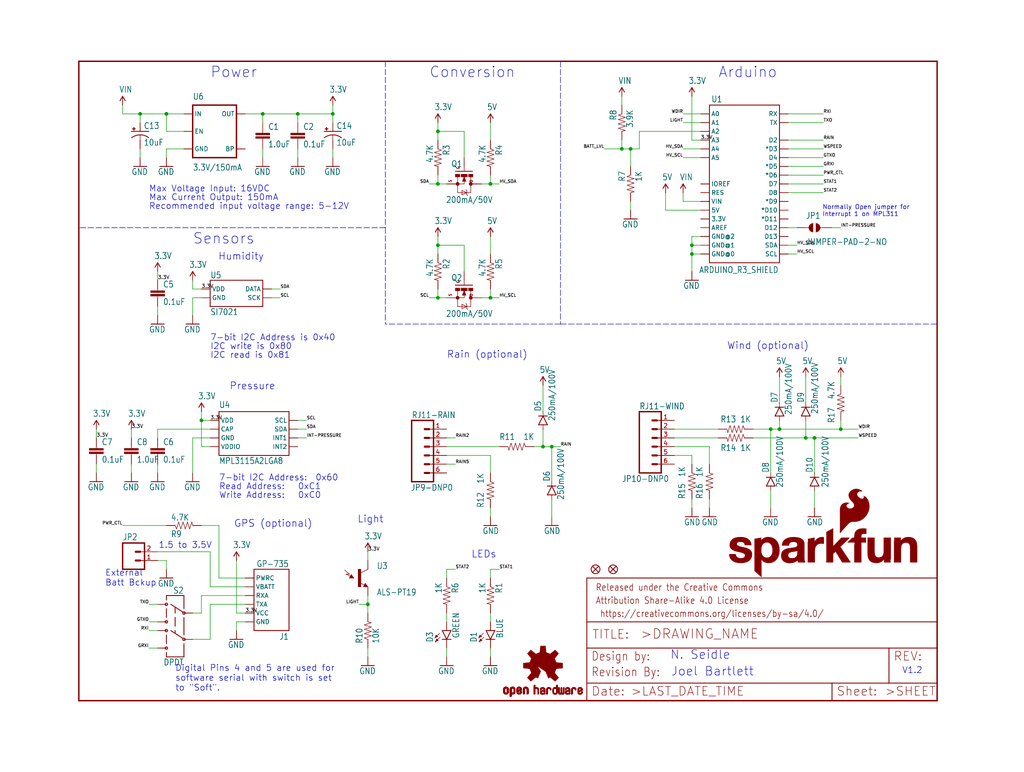
<source format=kicad_sch>
(kicad_sch (version 20211123) (generator eeschema)
  (paper "User" 297.002 223.926)
  (lib_symbols
    (symbol "schematicEagle-eagle-import:0.1UF-25V(+80{slash}-20%)(0603)"
      (property "Reference" "C" (at 1.524 2.921 0))
      (property "Value" "0.1UF-25V(+80{slash}-20%)(0603)" (at 1.524 -2.159 0))
      (symbol "0.1UF-25V(+80{slash}-20%)(0603)_1_0"
        (pin passive line (at 0 5.08 270) (length 2.54) (name "1") (number "1"))
        (pin passive line (at 0 -2.54 90) (length 2.54) (name "2") (number "2"))
      )
    )
    (symbol "schematicEagle-eagle-import:1.0UF-16V-10%(0603)"
      (property "Reference" "C" (at 1.524 2.921 0))
      (property "Value" "1.0UF-16V-10%(0603)" (at 1.524 -2.159 0))
      (symbol "1.0UF-16V-10%(0603)_1_0"
        (pin passive line (at 0 5.08 270) (length 2.54) (name "1") (number "1"))
        (pin passive line (at 0 -2.54 90) (length 2.54) (name "2") (number "2"))
      )
    )
    (symbol "schematicEagle-eagle-import:10KOHM-1{slash}10W-1%(0603)0603"
      (property "Reference" "R" (at -3.81 1.4986 0))
      (property "Value" "10KOHM-1{slash}10W-1%(0603)0603" (at -3.81 -3.302 0))
      (symbol "10KOHM-1{slash}10W-1%(0603)0603_1_0"
        (pin passive line (at -5.08 0 0) (length 2.54) (name "1") (number "1"))
        (pin passive line (at 5.08 0 180) (length 2.54) (name "2") (number "2"))
      )
    )
    (symbol "schematicEagle-eagle-import:10UF-16V-10%(TANT)"
      (property "Reference" "C" (at 1.016 0.635 0))
      (property "Value" "10UF-16V-10%(TANT)" (at 1.016 -4.191 0))
      (symbol "10UF-16V-10%(TANT)_1_0"
        (pin passive line (at 0 2.54 270) (length 2.54) (name "+") (number "A"))
        (pin passive line (at 0 -5.08 90) (length 2.54) (name "-") (number "C"))
      )
    )
    (symbol "schematicEagle-eagle-import:1KOHM-1{slash}10W-1%(0603)"
      (property "Reference" "R" (at -3.81 1.4986 0))
      (property "Value" "1KOHM-1{slash}10W-1%(0603)" (at -3.81 -3.302 0))
      (symbol "1KOHM-1{slash}10W-1%(0603)_1_0"
        (pin passive line (at -5.08 0 0) (length 2.54) (name "1") (number "1"))
        (pin passive line (at 5.08 0 180) (length 2.54) (name "2") (number "2"))
      )
    )
    (symbol "schematicEagle-eagle-import:3.3V" (power)
      (property "Value" "3.3V" (at -1.016 3.556 0))
      (symbol "3.3V_1_0"
        (pin power_in line (at 0 0 90) (length 2.54) (name "3.3V") (number "1"))
      )
    )
    (symbol "schematicEagle-eagle-import:3.9KOHM1{slash}10W1%(0603)"
      (property "Reference" "R" (at -3.81 1.4986 0))
      (property "Value" "3.9KOHM1{slash}10W1%(0603)" (at -3.81 -3.302 0))
      (symbol "3.9KOHM1{slash}10W1%(0603)_1_0"
        (pin passive line (at -5.08 0 0) (length 2.54) (name "1") (number "1"))
        (pin passive line (at 5.08 0 180) (length 2.54) (name "2") (number "2"))
      )
    )
    (symbol "schematicEagle-eagle-import:4.7KOHM-1{slash}10W-1%(0603)"
      (property "Reference" "R" (at -3.81 1.4986 0))
      (property "Value" "4.7KOHM-1{slash}10W-1%(0603)" (at -3.81 -3.302 0))
      (symbol "4.7KOHM-1{slash}10W-1%(0603)_1_0"
        (pin passive line (at -5.08 0 0) (length 2.54) (name "1") (number "1"))
        (pin passive line (at 5.08 0 180) (length 2.54) (name "2") (number "2"))
      )
    )
    (symbol "schematicEagle-eagle-import:5V" (power)
      (property "Value" "5V" (at -1.016 3.556 0))
      (symbol "5V_1_0"
        (pin power_in line (at 0 0 90) (length 2.54) (name "5V") (number "1"))
      )
    )
    (symbol "schematicEagle-eagle-import:ARDUINO_R3_SHIELD"
      (property "Reference" "J" (at -9.652 21.082 0))
      (property "Value" "ARDUINO_R3_SHIELD" (at -6.35 -27.94 0))
      (symbol "ARDUINO_R3_SHIELD_1_0"
        (pin bidirectional line (at -12.7 -12.7 0) (length 2.54) (name "3.3V") (number "3.3V"))
        (pin bidirectional line (at -12.7 -10.16 0) (length 2.54) (name "5V") (number "5V"))
        (pin bidirectional line (at -12.7 17.78 0) (length 2.54) (name "A0") (number "A0"))
        (pin bidirectional line (at -12.7 15.24 0) (length 2.54) (name "A1") (number "A1"))
        (pin bidirectional line (at -12.7 12.7 0) (length 2.54) (name "A2") (number "A2"))
        (pin bidirectional line (at -12.7 10.16 0) (length 2.54) (name "A3") (number "A3"))
        (pin bidirectional line (at -12.7 7.62 0) (length 2.54) (name "A4") (number "A4"))
        (pin bidirectional line (at -12.7 5.08 0) (length 2.54) (name "A5") (number "A5"))
        (pin bidirectional line (at -12.7 -15.24 0) (length 2.54) (name "AREF") (number "AREF"))
        (pin bidirectional line (at 12.7 -10.16 180) (length 2.54) (name "*D10") (number "D10"))
        (pin bidirectional line (at 12.7 -12.7 180) (length 2.54) (name "*D11") (number "D11"))
        (pin bidirectional line (at 12.7 -15.24 180) (length 2.54) (name "D12") (number "D12"))
        (pin bidirectional line (at 12.7 -17.78 180) (length 2.54) (name "D13") (number "D13"))
        (pin bidirectional line (at 12.7 10.16 180) (length 2.54) (name "D2") (number "D2"))
        (pin bidirectional line (at 12.7 7.62 180) (length 2.54) (name "*D3") (number "D3"))
        (pin bidirectional line (at 12.7 5.08 180) (length 2.54) (name "D4") (number "D4"))
        (pin bidirectional line (at 12.7 2.54 180) (length 2.54) (name "*D5") (number "D5"))
        (pin bidirectional line (at 12.7 0 180) (length 2.54) (name "*D6") (number "D6"))
        (pin bidirectional line (at 12.7 -2.54 180) (length 2.54) (name "D7") (number "D7"))
        (pin bidirectional line (at 12.7 -5.08 180) (length 2.54) (name "D8") (number "D8"))
        (pin bidirectional line (at 12.7 -7.62 180) (length 2.54) (name "*D9") (number "D9"))
        (pin bidirectional line (at -12.7 -22.86 0) (length 2.54) (name "GND@0") (number "GND@0"))
        (pin bidirectional line (at -12.7 -20.32 0) (length 2.54) (name "GND@1") (number "GND@1"))
        (pin bidirectional line (at -12.7 -17.78 0) (length 2.54) (name "GND@2") (number "GND@2"))
        (pin bidirectional line (at -12.7 -2.54 0) (length 2.54) (name "IOREF") (number "IOREF"))
        (pin bidirectional line (at -12.7 -5.08 0) (length 2.54) (name "RES") (number "RES"))
        (pin bidirectional line (at 12.7 17.78 180) (length 2.54) (name "RX") (number "RX"))
        (pin bidirectional line (at 12.7 -22.86 180) (length 2.54) (name "SCL") (number "SCL"))
        (pin bidirectional line (at 12.7 -20.32 180) (length 2.54) (name "SDA") (number "SDA"))
        (pin bidirectional line (at 12.7 15.24 180) (length 2.54) (name "TX") (number "TX"))
        (pin bidirectional line (at -12.7 -7.62 0) (length 2.54) (name "VIN") (number "VIN"))
      )
    )
    (symbol "schematicEagle-eagle-import:DIODEBAS16"
      (property "Reference" "D" (at 2.54 0.4826 0))
      (property "Value" "DIODEBAS16" (at 2.54 -2.3114 0))
      (symbol "DIODEBAS16_1_0"
        (pin passive line (at -2.54 0 0) (length 0) (name "A") (number "A"))
        (pin passive line (at 2.54 0 180) (length 0) (name "C") (number "C"))
      )
    )
    (symbol "schematicEagle-eagle-import:FIDUCIAL1X2")
    (symbol "schematicEagle-eagle-import:FRAME-LETTER"
      (symbol "FRAME-LETTER_2_0"
        (text " https://creativecommons.org/licenses/by-sa/4.0/" (at 2.54 24.13 0) (effects (font (size 1.9304 1.6408)) (justify left bottom)))
        (text ">DRAWING_NAME" (at 15.494 17.78 0) (effects (font (size 2.7432 2.7432)) (justify left bottom)))
        (text ">LAST_DATE_TIME" (at 12.7 1.27 0) (effects (font (size 2.54 2.54)) (justify left bottom)))
        (text ">SHEET" (at 86.36 1.27 0) (effects (font (size 2.54 2.54)) (justify left bottom)))
        (text "Attribution Share-Alike 4.0 License" (at 2.54 27.94 0) (effects (font (size 1.9304 1.6408)) (justify left bottom)))
        (text "Date:" (at 1.27 1.27 0) (effects (font (size 2.54 2.54)) (justify left bottom)))
        (text "Design by:" (at 1.27 11.43 0) (effects (font (size 2.54 2.159)) (justify left bottom)))
        (text "Released under the Creative Commons" (at 2.54 31.75 0) (effects (font (size 1.9304 1.6408)) (justify left bottom)))
        (text "REV:" (at 88.9 11.43 0) (effects (font (size 2.54 2.54)) (justify left bottom)))
        (text "Sheet:" (at 72.39 1.27 0) (effects (font (size 2.54 2.54)) (justify left bottom)))
        (text "TITLE:" (at 1.524 17.78 0) (effects (font (size 2.54 2.54)) (justify left bottom)))
      )
    )
    (symbol "schematicEagle-eagle-import:GND" (power)
      (property "Value" "GND" (at -2.54 -2.54 0))
      (symbol "GND_1_0"
        (pin power_in line (at 0 2.54 270) (length 2.54) (name "GND") (number "1"))
      )
    )
    (symbol "schematicEagle-eagle-import:GP-635TSMD"
      (property "Reference" "J" (at -5.08 8.382 0))
      (property "Value" "GP-635TSMD" (at -5.08 -12.7 0))
      (symbol "GP-635TSMD_1_0"
        (pin power_in line (at 7.62 5.08 180) (length 2.54) (name "GND") (number "1"))
        (pin power_in line (at 7.62 2.54 180) (length 2.54) (name "VCC") (number "2"))
        (pin output line (at 7.62 0 180) (length 2.54) (name "TXA") (number "3"))
        (pin input line (at 7.62 -2.54 180) (length 2.54) (name "RXA") (number "4"))
        (pin power_in line (at 7.62 -5.08 180) (length 2.54) (name "VBATT") (number "5"))
        (pin input line (at 7.62 -7.62 180) (length 2.54) (name "PWRC") (number "6"))
      )
    )
    (symbol "schematicEagle-eagle-import:JUMPER-PAD-2-NO"
      (property "Reference" "JP" (at -2.54 2.54 0))
      (property "Value" "JUMPER-PAD-2-NO" (at -2.54 -5.08 0))
      (symbol "JUMPER-PAD-2-NO_1_0"
        (pin passive line (at -5.08 0 0) (length 2.54) (name "1") (number "1"))
        (pin passive line (at 5.08 0 180) (length 2.54) (name "2") (number "2"))
      )
    )
    (symbol "schematicEagle-eagle-import:LED-BLUE0603"
      (property "Reference" "D" (at 3.556 -4.572 90))
      (property "Value" "LED-BLUE0603" (at 5.715 -4.572 90))
      (symbol "LED-BLUE0603_1_0"
        (pin passive line (at 0 2.54 270) (length 2.54) (name "A") (number "A"))
        (pin passive line (at 0 -5.08 90) (length 2.54) (name "C") (number "C"))
      )
    )
    (symbol "schematicEagle-eagle-import:LED-GREEN0603"
      (property "Reference" "D" (at 3.556 -4.572 90))
      (property "Value" "LED-GREEN0603" (at 5.715 -4.572 90))
      (symbol "LED-GREEN0603_1_0"
        (pin passive line (at 0 2.54 270) (length 2.54) (name "A") (number "A"))
        (pin passive line (at 0 -5.08 90) (length 2.54) (name "C") (number "C"))
      )
    )
    (symbol "schematicEagle-eagle-import:LIGHTSENSORALS"
      (property "Reference" "U" (at 5.08 2.54 0))
      (property "Value" "LIGHTSENSORALS" (at 5.08 -5.08 0))
      (symbol "LIGHTSENSORALS_1_0"
        (pin passive line (at 2.54 5.08 270) (length 2.54) (name "C1") (number "C"))
        (pin passive line (at 2.54 -5.08 90) (length 2.54) (name "E1") (number "E"))
      )
    )
    (symbol "schematicEagle-eagle-import:M02PTH"
      (property "Reference" "J" (at -2.54 5.842 0))
      (property "Value" "M02PTH" (at -2.54 -5.08 0))
      (symbol "M02PTH_1_0"
        (pin passive line (at 7.62 0 180) (length 5.08) (name "1") (number "1"))
        (pin passive line (at 7.62 2.54 180) (length 5.08) (name "2") (number "2"))
      )
    )
    (symbol "schematicEagle-eagle-import:MOSFET-NCHANNELBSS138"
      (property "Reference" "Q" (at 5.08 2.54 0))
      (property "Value" "MOSFET-NCHANNELBSS138" (at 5.08 0 0))
      (symbol "MOSFET-NCHANNELBSS138_1_0"
        (text "D" (at -1.27 2.54 0) (effects (font (size 0.8128 0.6908)) (justify left bottom)))
        (text "G" (at -5.08 -1.27 0) (effects (font (size 0.8128 0.6908)) (justify left bottom)))
        (text "S" (at -1.27 -3.556 0) (effects (font (size 0.8128 0.6908)) (justify left bottom)))
        (pin passive line (at -7.62 0 0) (length 2.54) (name "G") (number "1"))
        (pin passive line (at 0 -5.08 90) (length 2.54) (name "S") (number "2"))
        (pin passive line (at 0 5.08 270) (length 2.54) (name "D") (number "3"))
      )
    )
    (symbol "schematicEagle-eagle-import:MPL3115A2LGA8"
      (property "Reference" "U" (at -10.16 5.08 0))
      (property "Value" "MPL3115A2LGA8" (at -10.16 -10.16 0))
      (symbol "MPL3115A2LGA8_1_0"
        (pin power_in line (at -12.7 2.54 0) (length 2.54) (name "VDD") (number "1"))
        (pin power_in line (at -12.7 0 0) (length 2.54) (name "CAP") (number "2"))
        (pin power_in line (at -12.7 -2.54 0) (length 2.54) (name "GND") (number "3"))
        (pin power_in line (at -12.7 -5.08 0) (length 2.54) (name "VDDIO") (number "4"))
        (pin output line (at 12.7 -5.08 180) (length 2.54) (name "INT2") (number "5"))
        (pin output line (at 12.7 -2.54 180) (length 2.54) (name "INT1") (number "6"))
        (pin bidirectional line (at 12.7 0 180) (length 2.54) (name "SDA") (number "7"))
        (pin bidirectional line (at 12.7 2.54 180) (length 2.54) (name "SCL") (number "8"))
      )
    )
    (symbol "schematicEagle-eagle-import:OSHW-LOGOM")
    (symbol "schematicEagle-eagle-import:REVISION"
      (symbol "REVISION_1_0"
        (text "Revision By: " (at 0 0 0) (effects (font (size 2.54 2.159)) (justify left bottom)))
      )
    )
    (symbol "schematicEagle-eagle-import:RJ11-6PTH"
      (property "Reference" "J" (at -5.08 10.922 0))
      (property "Value" "RJ11-6PTH" (at -5.08 -10.16 0))
      (symbol "RJ11-6PTH_1_0"
        (pin passive line (at 5.08 -5.08 180) (length 5.08) (name "1") (number "1"))
        (pin passive line (at 5.08 -2.54 180) (length 5.08) (name "2") (number "2"))
        (pin passive line (at 5.08 0 180) (length 5.08) (name "3") (number "3"))
        (pin passive line (at 5.08 2.54 180) (length 5.08) (name "4") (number "4"))
        (pin passive line (at 5.08 5.08 180) (length 5.08) (name "5") (number "5"))
        (pin passive line (at 5.08 7.62 180) (length 5.08) (name "6") (number "6"))
      )
    )
    (symbol "schematicEagle-eagle-import:SFE_LOGO_NAME_FLAME.1_INCH")
    (symbol "schematicEagle-eagle-import:SI7021"
      (property "Value" "SI7021" (at -7.62 -5.08 0))
      (symbol "SI7021_1_0"
        (pin bidirectional line (at 10.16 2.54 180) (length 2.54) (name "DATA") (number "DATA"))
        (pin power_in line (at -10.16 0 0) (length 2.54) (name "GND") (number "GND"))
        (pin input line (at 10.16 0 180) (length 2.54) (name "SCK") (number "SCK"))
        (pin power_in line (at -10.16 2.54 0) (length 2.54) (name "VDD") (number "VDD"))
      )
    )
    (symbol "schematicEagle-eagle-import:SWITCH-DPDTAYZ0202"
      (property "Reference" "S" (at -2.54 8.128 0))
      (property "Value" "SWITCH-DPDTAYZ0202" (at -2.54 -12.7 0))
      (symbol "SWITCH-DPDTAYZ0202_1_0"
        (pin bidirectional line (at 5.08 5.08 180) (length 2.54) (name "1") (number "1"))
        (pin bidirectional line (at -5.08 2.54 0) (length 2.54) (name "2") (number "2"))
        (pin bidirectional line (at 5.08 0 180) (length 2.54) (name "3") (number "3"))
        (pin bidirectional line (at 5.08 -2.54 180) (length 2.54) (name "4") (number "4"))
        (pin bidirectional line (at -5.08 -5.08 0) (length 2.54) (name "5") (number "5"))
        (pin bidirectional line (at 5.08 -7.62 180) (length 2.54) (name "6") (number "6"))
      )
    )
    (symbol "schematicEagle-eagle-import:VCC" (power)
      (property "Value" "VCC" (at -1.016 3.556 0))
      (symbol "VCC_1_0"
        (pin power_in line (at 0 0 90) (length 2.54) (name "VCC") (number "1"))
      )
    )
    (symbol "schematicEagle-eagle-import:VIN" (power)
      (property "Value" "VIN" (at -1.016 3.556 0))
      (symbol "VIN_1_0"
        (pin power_in line (at 0 0 90) (length 2.54) (name "VIN") (number "1"))
      )
    )
    (symbol "schematicEagle-eagle-import:V_REG_MIC52053.3V"
      (property "Reference" "U" (at -7.62 9.144 0))
      (property "Value" "V_REG_MIC52053.3V" (at -7.62 -11.43 0))
      (symbol "V_REG_MIC52053.3V_1_0"
        (pin input line (at -10.16 5.08 0) (length 2.54) (name "IN") (number "1"))
        (pin input line (at -10.16 -5.08 0) (length 2.54) (name "GND") (number "2"))
        (pin input line (at -10.16 0 0) (length 2.54) (name "EN") (number "3"))
        (pin input line (at 7.62 -5.08 180) (length 2.54) (name "BP") (number "4"))
        (pin passive line (at 7.62 5.08 180) (length 2.54) (name "OUT") (number "5"))
      )
    )
  )
  (junction (at 48.26 33.02))
  (junction (at 76.2 33.02))
  (junction (at 58.42 121.92))
  (junction (at 96.52 33.02))
  (junction (at 243.84 124.46))
  (junction (at 106.68 175.26))
  (junction (at 86.36 33.02))
  (junction (at 157.48 129.54))
  (junction (at 127 38.1))
  (junction (at 127 71.12))
  (junction (at 142.24 53.34))
  (junction (at 127 53.34))
  (junction (at 160.02 129.54))
  (junction (at 200.66 73.66))
  (junction (at 223.52 124.46))
  (junction (at 233.68 127))
  (junction (at 200.66 71.12))
  (junction (at 180.34 43.18))
  (junction (at 127 86.36))
  (junction (at 182.88 43.18))
  (junction (at 142.24 86.36))
  (junction (at 40.64 33.02))
  (junction (at 226.06 124.46))
  (junction (at 236.22 127))
  (wire (pts (xy 203.2 38.1) (xy 185.42 38.1)))
  (wire (pts (xy 127 86.36) (xy 124.46 86.36)))
  (wire (pts (xy 127 53.34) (xy 124.46 53.34)))
  (wire (pts (xy 200.66 68.58) (xy 200.66 71.12)))
  (wire (pts (xy 200.66 73.66) (xy 200.66 78.74)))
  (wire (pts (xy 55.88 86.36) (xy 55.88 91.44)))
  (wire (pts (xy 195.58 129.54) (xy 205.74 129.54)))
  (wire (pts (xy 228.6 43.18) (xy 238.76 43.18)))
  (wire (pts (xy 45.72 182.88) (xy 43.18 182.88)))
  (wire (pts (xy 71.12 33.02) (xy 76.2 33.02)))
  (wire (pts (xy 86.36 45.72) (xy 86.36 43.18)))
  (wire (pts (xy 182.88 48.26) (xy 182.88 43.18)))
  (wire (pts (xy 45.72 187.96) (xy 43.18 187.96)))
  (wire (pts (xy 106.68 175.26) (xy 104.14 175.26)))
  (wire (pts (xy 129.54 86.36) (xy 127 86.36)))
  (wire (pts (xy 200.66 71.12) (xy 200.66 73.66)))
  (wire (pts (xy 223.52 137.16) (xy 223.52 124.46)))
  (wire (pts (xy 129.54 134.62) (xy 132.08 134.62)))
  (wire (pts (xy 233.68 127) (xy 236.22 127)))
  (wire (pts (xy 127 73.66) (xy 127 71.12)))
  (wire (pts (xy 228.6 71.12) (xy 231.14 71.12)))
  (wire (pts (xy 58.42 172.72) (xy 58.42 177.8)))
  (wire (pts (xy 157.48 119.38) (xy 157.48 111.76)))
  (wire (pts (xy 45.72 91.44) (xy 45.72 88.9)))
  (wire (pts (xy 228.6 73.66) (xy 231.14 73.66)))
  (wire (pts (xy 76.2 45.72) (xy 76.2 43.18)))
  (wire (pts (xy 60.96 170.18) (xy 71.12 170.18)))
  (wire (pts (xy 243.84 121.92) (xy 243.84 124.46)))
  (wire (pts (xy 35.56 33.02) (xy 35.56 30.48)))
  (wire (pts (xy 129.54 53.34) (xy 127 53.34)))
  (wire (pts (xy 203.2 71.12) (xy 200.66 71.12)))
  (wire (pts (xy 27.94 127) (xy 27.94 124.46)))
  (wire (pts (xy 142.24 165.1) (xy 142.24 167.64)))
  (wire (pts (xy 78.74 86.36) (xy 81.28 86.36)))
  (wire (pts (xy 203.2 35.56) (xy 198.12 35.56)))
  (wire (pts (xy 180.34 43.18) (xy 180.34 40.64)))
  (wire (pts (xy 86.36 33.02) (xy 86.36 35.56)))
  (wire (pts (xy 127 50.8) (xy 127 53.34)))
  (wire (pts (xy 60.96 121.92) (xy 58.42 121.92)))
  (wire (pts (xy 106.68 160.02) (xy 106.68 162.56)))
  (wire (pts (xy 203.2 40.64) (xy 200.66 40.64)))
  (wire (pts (xy 223.52 124.46) (xy 226.06 124.46)))
  (wire (pts (xy 142.24 73.66) (xy 142.24 68.58)))
  (wire (pts (xy 129.54 190.5) (xy 129.54 187.96)))
  (wire (pts (xy 142.24 40.64) (xy 142.24 35.56)))
  (wire (pts (xy 60.96 160.02) (xy 45.72 160.02)))
  (wire (pts (xy 142.24 83.82) (xy 142.24 86.36)))
  (wire (pts (xy 142.24 149.86) (xy 142.24 147.32)))
  (polyline (pts (xy 111.76 17.78) (xy 111.76 66.04)))
  (wire (pts (xy 203.2 33.02) (xy 198.12 33.02)))
  (wire (pts (xy 228.6 35.56) (xy 238.76 35.56)))
  (wire (pts (xy 231.14 66.04) (xy 228.6 66.04)))
  (wire (pts (xy 45.72 134.62) (xy 45.72 137.16)))
  (wire (pts (xy 142.24 180.34) (xy 142.24 177.8)))
  (wire (pts (xy 127 38.1) (xy 127 35.56)))
  (wire (pts (xy 223.52 147.32) (xy 223.52 142.24)))
  (wire (pts (xy 48.26 162.56) (xy 48.26 165.1)))
  (wire (pts (xy 106.68 190.5) (xy 106.68 187.96)))
  (wire (pts (xy 243.84 124.46) (xy 248.92 124.46)))
  (wire (pts (xy 157.48 129.54) (xy 157.48 124.46)))
  (wire (pts (xy 198.12 55.88) (xy 198.12 58.42)))
  (wire (pts (xy 193.04 60.96) (xy 193.04 55.88)))
  (wire (pts (xy 228.6 33.02) (xy 238.76 33.02)))
  (wire (pts (xy 71.12 167.64) (xy 63.5 167.64)))
  (wire (pts (xy 45.72 81.28) (xy 45.72 78.74)))
  (wire (pts (xy 53.34 33.02) (xy 48.26 33.02)))
  (wire (pts (xy 228.6 45.72) (xy 238.76 45.72)))
  (wire (pts (xy 48.26 43.18) (xy 48.26 45.72)))
  (wire (pts (xy 233.68 121.92) (xy 233.68 127)))
  (wire (pts (xy 198.12 43.18) (xy 203.2 43.18)))
  (wire (pts (xy 60.96 170.18) (xy 60.96 160.02)))
  (wire (pts (xy 236.22 137.16) (xy 236.22 127)))
  (wire (pts (xy 63.5 167.64) (xy 63.5 152.4)))
  (wire (pts (xy 157.48 129.54) (xy 160.02 129.54)))
  (wire (pts (xy 154.94 129.54) (xy 157.48 129.54)))
  (wire (pts (xy 38.1 124.46) (xy 38.1 127)))
  (wire (pts (xy 144.78 165.1) (xy 142.24 165.1)))
  (wire (pts (xy 48.26 38.1) (xy 48.26 33.02)))
  (wire (pts (xy 129.54 177.8) (xy 129.54 180.34)))
  (wire (pts (xy 241.3 66.04) (xy 243.84 66.04)))
  (polyline (pts (xy 162.56 17.78) (xy 162.56 93.98)))
  (wire (pts (xy 228.6 40.64) (xy 238.76 40.64)))
  (wire (pts (xy 55.88 127) (xy 55.88 137.16)))
  (wire (pts (xy 40.64 33.02) (xy 35.56 33.02)))
  (wire (pts (xy 132.08 165.1) (xy 129.54 165.1)))
  (wire (pts (xy 58.42 129.54) (xy 58.42 121.92)))
  (wire (pts (xy 139.7 86.36) (xy 142.24 86.36)))
  (wire (pts (xy 60.96 127) (xy 55.88 127)))
  (wire (pts (xy 205.74 147.32) (xy 205.74 144.78)))
  (wire (pts (xy 185.42 38.1) (xy 185.42 43.18)))
  (wire (pts (xy 58.42 177.8) (xy 55.88 177.8)))
  (wire (pts (xy 40.64 35.56) (xy 40.64 33.02)))
  (wire (pts (xy 142.24 53.34) (xy 144.78 53.34)))
  (wire (pts (xy 175.26 43.18) (xy 180.34 43.18)))
  (wire (pts (xy 226.06 121.92) (xy 226.06 124.46)))
  (wire (pts (xy 160.02 129.54) (xy 162.56 129.54)))
  (wire (pts (xy 60.96 175.26) (xy 60.96 185.42)))
  (wire (pts (xy 68.58 177.8) (xy 68.58 162.56)))
  (wire (pts (xy 228.6 53.34) (xy 238.76 53.34)))
  (wire (pts (xy 142.24 86.36) (xy 144.78 86.36)))
  (wire (pts (xy 129.54 165.1) (xy 129.54 167.64)))
  (wire (pts (xy 200.66 147.32) (xy 200.66 144.78)))
  (wire (pts (xy 76.2 33.02) (xy 86.36 33.02)))
  (wire (pts (xy 40.64 45.72) (xy 40.64 43.18)))
  (wire (pts (xy 182.88 60.96) (xy 182.88 58.42)))
  (wire (pts (xy 134.62 78.74) (xy 134.62 71.12)))
  (wire (pts (xy 203.2 68.58) (xy 200.66 68.58)))
  (wire (pts (xy 180.34 30.48) (xy 180.34 27.94)))
  (wire (pts (xy 58.42 83.82) (xy 55.88 83.82)))
  (wire (pts (xy 58.42 121.92) (xy 58.42 119.38)))
  (wire (pts (xy 198.12 45.72) (xy 203.2 45.72)))
  (wire (pts (xy 96.52 33.02) (xy 96.52 30.48)))
  (wire (pts (xy 200.66 40.64) (xy 200.66 27.94)))
  (wire (pts (xy 106.68 172.72) (xy 106.68 175.26)))
  (wire (pts (xy 45.72 124.46) (xy 45.72 127)))
  (wire (pts (xy 129.54 132.08) (xy 142.24 132.08)))
  (wire (pts (xy 38.1 137.16) (xy 38.1 134.62)))
  (wire (pts (xy 60.96 185.42) (xy 55.88 185.42)))
  (wire (pts (xy 45.72 180.34) (xy 43.18 180.34)))
  (wire (pts (xy 139.7 53.34) (xy 142.24 53.34)))
  (wire (pts (xy 60.96 124.46) (xy 45.72 124.46)))
  (wire (pts (xy 142.24 137.16) (xy 142.24 132.08)))
  (wire (pts (xy 218.44 124.46) (xy 223.52 124.46)))
  (wire (pts (xy 228.6 48.26) (xy 238.76 48.26)))
  (wire (pts (xy 236.22 147.32) (xy 236.22 142.24)))
  (wire (pts (xy 48.26 33.02) (xy 40.64 33.02)))
  (wire (pts (xy 68.58 180.34) (xy 68.58 182.88)))
  (wire (pts (xy 60.96 129.54) (xy 58.42 129.54)))
  (wire (pts (xy 182.88 43.18) (xy 180.34 43.18)))
  (wire (pts (xy 205.74 134.62) (xy 205.74 129.54)))
  (wire (pts (xy 134.62 71.12) (xy 127 71.12)))
  (wire (pts (xy 142.24 187.96) (xy 142.24 190.5)))
  (wire (pts (xy 127 83.82) (xy 127 86.36)))
  (wire (pts (xy 226.06 116.84) (xy 226.06 109.22)))
  (wire (pts (xy 55.88 81.28) (xy 55.88 83.82)))
  (wire (pts (xy 27.94 137.16) (xy 27.94 134.62)))
  (wire (pts (xy 203.2 73.66) (xy 200.66 73.66)))
  (wire (pts (xy 236.22 127) (xy 248.92 127)))
  (wire (pts (xy 203.2 60.96) (xy 193.04 60.96)))
  (wire (pts (xy 63.5 152.4) (xy 58.42 152.4)))
  (polyline (pts (xy 162.56 93.98) (xy 271.78 93.98)))
  (wire (pts (xy 86.36 127) (xy 88.9 127)))
  (wire (pts (xy 88.9 124.46) (xy 86.36 124.46)))
  (wire (pts (xy 233.68 109.22) (xy 233.68 116.84)))
  (wire (pts (xy 185.42 43.18) (xy 182.88 43.18)))
  (wire (pts (xy 127 40.64) (xy 127 38.1)))
  (wire (pts (xy 78.74 83.82) (xy 81.28 83.82)))
  (wire (pts (xy 58.42 172.72) (xy 71.12 172.72)))
  (wire (pts (xy 76.2 33.02) (xy 76.2 35.56)))
  (wire (pts (xy 144.78 129.54) (xy 129.54 129.54)))
  (wire (pts (xy 127 71.12) (xy 127 68.58)))
  (wire (pts (xy 203.2 58.42) (xy 198.12 58.42)))
  (wire (pts (xy 208.28 124.46) (xy 195.58 124.46)))
  (polyline (pts (xy 111.76 66.04) (xy 111.76 93.98)))
  (wire (pts (xy 53.34 38.1) (xy 48.26 38.1)))
  (wire (pts (xy 134.62 45.72) (xy 134.62 38.1)))
  (wire (pts (xy 45.72 175.26) (xy 43.18 175.26)))
  (wire (pts (xy 226.06 124.46) (xy 243.84 124.46)))
  (wire (pts (xy 53.34 43.18) (xy 48.26 43.18)))
  (wire (pts (xy 60.96 175.26) (xy 71.12 175.26)))
  (wire (pts (xy 195.58 127) (xy 208.28 127)))
  (wire (pts (xy 45.72 162.56) (xy 48.26 162.56)))
  (polyline (pts (xy 111.76 66.04) (xy 22.86 66.04)))
  (wire (pts (xy 129.54 127) (xy 132.08 127)))
  (wire (pts (xy 134.62 38.1) (xy 127 38.1)))
  (wire (pts (xy 218.44 127) (xy 233.68 127)))
  (wire (pts (xy 160.02 139.7) (xy 160.02 129.54)))
  (wire (pts (xy 58.42 86.36) (xy 55.88 86.36)))
  (wire (pts (xy 86.36 33.02) (xy 96.52 33.02)))
  (wire (pts (xy 195.58 132.08) (xy 200.66 132.08)))
  (wire (pts (xy 228.6 50.8) (xy 238.76 50.8)))
  (wire (pts (xy 160.02 149.86) (xy 160.02 144.78)))
  (wire (pts (xy 200.66 134.62) (xy 200.66 132.08)))
  (wire (pts (xy 88.9 121.92) (xy 86.36 121.92)))
  (polyline (pts (xy 162.56 93.98) (xy 111.76 93.98)))
  (wire (pts (xy 243.84 109.22) (xy 243.84 111.76)))
  (wire (pts (xy 48.26 152.4) (xy 35.56 152.4)))
  (wire (pts (xy 142.24 50.8) (xy 142.24 53.34)))
  (wire (pts (xy 228.6 55.88) (xy 238.76 55.88)))
  (wire (pts (xy 106.68 177.8) (xy 106.68 175.26)))
  (wire (pts (xy 71.12 177.8) (xy 68.58 177.8)))
  (wire (pts (xy 96.52 33.02) (xy 96.52 35.56)))
  (wire (pts (xy 96.52 43.18) (xy 96.52 45.72)))
  (wire (pts (xy 71.12 180.34) (xy 68.58 180.34)))
  (text "Conversion" (at 124.46 22.86 180) (effects (font (size 3.048 3.048)) (justify left bottom)))
  (text "0xC0" (at 86.36 144.78 180) (effects (font (size 1.778 1.778)) (justify left bottom)))
  (text "Joel Bartlett" (at 194.564 196.342 180) (effects (font (size 2.54 2.54)) (justify left bottom)))
  (text "7-bit I2C Address:" (at 63.5 139.7 180) (effects (font (size 1.778 1.778)) (justify left bottom)))
  (text "Max Current Output: 150mA" (at 43.18 58.42 180) (effects (font (size 1.778 1.778)) (justify left bottom)))
  (text "Arduino" (at 208.28 22.86 180) (effects (font (size 3.048 3.048)) (justify left bottom)))
  (text "Light" (at 103.632 151.892 180) (effects (font (size 2.032 2.032)) (justify left bottom)))
  (text "I2C read is 0x81" (at 60.96 104.14 180) (effects (font (size 1.778 1.778)) (justify left bottom)))
  (text "V1.2" (at 261.62 195.58 180) (effects (font (size 1.778 1.778)) (justify left bottom)))
  (text "Sensors" (at 55.88 71.12 180) (effects (font (size 3.048 3.048)) (justify left bottom)))
  (text "Pressure" (at 66.548 113.284 180) (effects (font (size 2.032 2.032)) (justify left bottom)))
  (text "Max Voltage Input: 16VDC" (at 43.18 55.88 180) (effects (font (size 1.778 1.778)) (justify left bottom)))
  (text "Power" (at 60.96 22.86 180) (effects (font (size 3.048 3.048)) (justify left bottom)))
  (text "Recommended input voltage range: 5-12V" (at 43.18 60.96 180) (effects (font (size 1.778 1.778)) (justify left bottom)))
  (text "I2C write is 0x80" (at 60.96 101.6 180) (effects (font (size 1.778 1.778)) (justify left bottom)))
  (text "0x60" (at 91.44 139.7 180) (effects (font (size 1.778 1.778)) (justify left bottom)))
  (text "Digital Pins 4 and 5 are used for\nsoftware serial with switch is set\nto \"Soft\"." (at 50.8 200.66 0) (effects (font (size 1.778 1.778)) (justify left bottom)))
  (text "0xC1" (at 86.36 142.24 180) (effects (font (size 1.778 1.778)) (justify left bottom)))
  (text "Normally Open jumper for\nInterrupt 1 on MPL311" (at 238.506 62.992 180) (effects (font (size 1.27 1.27)) (justify left bottom)))
  (text "GPS (optional)" (at 67.818 153.162 180) (effects (font (size 2.032 2.032)) (justify left bottom)))
  (text "1.5 to 3.5V" (at 45.974 159.258 180) (effects (font (size 1.778 1.778)) (justify left bottom)))
  (text "Wind (optional)" (at 210.82 101.6 180) (effects (font (size 2.032 2.032)) (justify left bottom)))
  (text "Humidity" (at 63.246 75.692 180) (effects (font (size 2.032 2.032)) (justify left bottom)))
  (text "N. Seidle" (at 194.31 191.516 180) (effects (font (size 2.54 2.54)) (justify left bottom)))
  (text "External\nBatt Bckup" (at 30.48 170.18 180) (effects (font (size 1.778 1.778)) (justify left bottom)))
  (text "Read Address:" (at 63.5 142.24 180) (effects (font (size 1.778 1.778)) (justify left bottom)))
  (text "Rain (optional)" (at 129.54 104.14 180) (effects (font (size 2.032 2.032)) (justify left bottom)))
  (text "Write Address:" (at 63.5 144.78 180) (effects (font (size 1.778 1.778)) (justify left bottom)))
  (text "7-bit I2C Address is 0x40" (at 60.96 99.06 180) (effects (font (size 1.778 1.778)) (justify left bottom)))
  (text "LEDs" (at 136.652 162.052 180) (effects (font (size 2.032 2.032)) (justify left bottom)))
  (label "RXI" (at 43.18 182.88 180) (effects (font (size 0.889 0.889))))
  (label "3.3V" (at 58.42 83.82 0) (effects (font (size 1.016 1.016))))
  (label "3.3V" (at 27.94 127 0) (effects (font (size 1.016 1.016))))
  (label "GTXO" (at 43.18 180.34 180) (effects (font (size 0.889 0.889))))
  (label "3.3V" (at 203.2 40.64 0) (effects (font (size 1.016 1.016))))
  (label "PWR_CTL" (at 35.56 152.4 180) (effects (font (size 0.889 0.889))))
  (label "3.3V" (at 60.96 121.92 0) (effects (font (size 1.016 1.016))))
  (label "RAIN" (at 162.56 129.54 0) (effects (font (size 0.889 0.889))))
  (label "SDA" (at 88.9 124.46 0) (effects (font (size 0.889 0.889))))
  (label "SCL" (at 81.28 86.36 0) (effects (font (size 0.889 0.889))))
  (label "GRXI" (at 43.18 187.96 180) (effects (font (size 0.889 0.889))))
  (label "SDA" (at 81.28 83.82 0) (effects (font (size 0.889 0.889))))
  (label "HV_SDA" (at 198.12 43.18 180) (effects (font (size 0.889 0.889))))
  (label "HV_SDA" (at 144.78 53.34 0) (effects (font (size 0.889 0.889))))
  (label "SDA" (at 124.46 53.34 180) (effects (font (size 0.889 0.889))))
  (label "INT-PRESSURE" (at 88.9 127 0) (effects (font (size 0.889 0.889))))
  (label "WSPEED" (at 238.76 43.18 0) (effects (font (size 0.889 0.889))))
  (label "HV_SDA" (at 231.14 71.12 0) (effects (font (size 0.889 0.889))))
  (label "HV_SCL" (at 231.14 73.66 0) (effects (font (size 0.889 0.889))))
  (label "3.3V" (at 38.1 124.46 0) (effects (font (size 1.016 1.016))))
  (label "PWR_CTL" (at 238.76 50.8 0) (effects (font (size 0.889 0.889))))
  (label "WDIR" (at 248.92 124.46 0) (effects (font (size 0.889 0.889))))
  (label "STAT1" (at 144.78 165.1 0) (effects (font (size 0.889 0.889))))
  (label "INT-PRESSURE" (at 243.84 66.04 0) (effects (font (size 0.889 0.889))))
  (label "STAT2" (at 132.08 165.1 0) (effects (font (size 0.889 0.889))))
  (label "RAIN2" (at 132.08 127 0) (effects (font (size 0.889 0.889))))
  (label "RXI" (at 238.76 33.02 0) (effects (font (size 0.889 0.889))))
  (label "WDIR" (at 198.12 33.02 180) (effects (font (size 0.889 0.889))))
  (label "STAT1" (at 238.76 53.34 0) (effects (font (size 0.889 0.889))))
  (label "TXO" (at 238.76 35.56 0) (effects (font (size 0.889 0.889))))
  (label "SCL" (at 124.46 86.36 180) (effects (font (size 0.889 0.889))))
  (label "TXO" (at 43.18 175.26 180) (effects (font (size 0.889 0.889))))
  (label "3.3V" (at 45.72 81.28 0) (effects (font (size 1.016 1.016))))
  (label "GTXO" (at 238.76 45.72 0) (effects (font (size 0.889 0.889))))
  (label "GRXI" (at 238.76 48.26 0) (effects (font (size 0.889 0.889))))
  (label "LIGHT" (at 198.12 35.56 180) (effects (font (size 0.889 0.889))))
  (label "3.3V" (at 71.12 177.8 0) (effects (font (size 1.016 1.016))))
  (label "RAIN" (at 238.76 40.64 0) (effects (font (size 0.889 0.889))))
  (label "WSPEED" (at 248.92 127 0) (effects (font (size 0.889 0.889))))
  (label "BATT_LVL" (at 175.26 43.18 180) (effects (font (size 0.889 0.889))))
  (label "STAT2" (at 238.76 55.88 0) (effects (font (size 0.889 0.889))))
  (label "3.3V" (at 106.68 160.02 0) (effects (font (size 1.016 1.016))))
  (label "RAIN5" (at 132.08 134.62 0) (effects (font (size 0.889 0.889))))
  (label "HV_SCL" (at 144.78 86.36 0) (effects (font (size 0.889 0.889))))
  (label "SCL" (at 88.9 121.92 0) (effects (font (size 0.889 0.889))))
  (label "LIGHT" (at 104.14 175.26 180) (effects (font (size 0.889 0.889))))
  (label "HV_SCL" (at 198.12 45.72 180) (effects (font (size 0.889 0.889))))
  (symbol (lib_id "schematicEagle-eagle-import:5V") (at 142.24 35.56 0) (unit 1)
    (property "Reference" "#SUPPLY1" (effects hide))
    (property "Value" "5V" (at 141.224 32.004 0) (effects (font (size 1.778 1.5113)) (justify left bottom)))
    (property "Footprint" "schematicEagle:" (effects hide))
  )
  (symbol (lib_id "schematicEagle-eagle-import:1KOHM-1{slash}10W-1%(0603)") (at 149.86 129.54 0) (mirror y) (unit 1)
    (property "Reference" "R11" (at 144.78 127.635 0) (effects (font (size 1.778 1.5113)) (justify right bottom)))
    (property "Value" "1K" (at 151.765 127.635 0) (effects (font (size 1.778 1.5113)) (justify right bottom)))
    (property "Footprint" "schematicEagle:0603-RES" (effects hide))
  )
  (symbol (lib_id "schematicEagle-eagle-import:0.1UF-25V(+80{slash}-20%)(0603)") (at 27.94 132.08 0) (unit 1)
    (property "Reference" "C7" (at 29.464 129.159 0) (effects (font (size 1.778 1.5113)) (justify left bottom)))
    (property "Value" "0.1uF" (at 29.464 134.239 0) (effects (font (size 1.778 1.5113)) (justify left bottom)))
    (property "Footprint" "schematicEagle:0603-CAP" (effects hide))
  )
  (symbol (lib_id "schematicEagle-eagle-import:OSHW-LOGOM") (at 157.48 193.04 0) (unit 1)
    (property "Reference" "LOGO1" (effects hide))
    (property "Value" "OSHW-LOGOM" (effects hide))
    (property "Footprint" "schematicEagle:OSHW-LOGO-M" (effects hide))
  )
  (symbol (lib_id "schematicEagle-eagle-import:5V") (at 233.68 109.22 0) (unit 1)
    (property "Reference" "#SUPPLY6" (effects hide))
    (property "Value" "5V" (at 232.664 105.664 0) (effects (font (size 1.778 1.5113)) (justify left bottom)))
    (property "Footprint" "schematicEagle:" (effects hide))
  )
  (symbol (lib_id "schematicEagle-eagle-import:5V") (at 243.84 109.22 0) (unit 1)
    (property "Reference" "#SUPPLY7" (effects hide))
    (property "Value" "5V" (at 242.824 105.664 0) (effects (font (size 1.778 1.5113)) (justify left bottom)))
    (property "Footprint" "schematicEagle:" (effects hide))
  )
  (symbol (lib_id "schematicEagle-eagle-import:1KOHM-1{slash}10W-1%(0603)") (at 205.74 139.7 270) (unit 1)
    (property "Reference" "R16" (at 203.835 144.78 0) (effects (font (size 1.778 1.5113)) (justify right top)))
    (property "Value" "1K" (at 203.835 138.43 0) (effects (font (size 1.778 1.5113)) (justify right top)))
    (property "Footprint" "schematicEagle:0603-RES" (effects hide))
  )
  (symbol (lib_id "schematicEagle-eagle-import:LED-GREEN0603") (at 129.54 182.88 0) (unit 1)
    (property "Reference" "D3" (at 123.698 183.134 90) (effects (font (size 1.778 1.5113)) (justify right top)))
    (property "Value" "GREEN" (at 133.223 185.166 90) (effects (font (size 1.778 1.5113)) (justify left bottom)))
    (property "Footprint" "schematicEagle:LED-0603" (effects hide))
  )
  (symbol (lib_id "schematicEagle-eagle-import:REVISION") (at 171.45 196.342 0) (unit 1)
    (property "Reference" "U$2" (effects hide))
    (property "Value" "REVISION" (effects hide))
    (property "Footprint" "schematicEagle:REVISION" (effects hide))
  )
  (symbol (lib_id "schematicEagle-eagle-import:VCC") (at 68.58 162.56 0) (unit 1)
    (property "Reference" "#P+2" (effects hide))
    (property "Value" "3.3V" (at 67.564 159.004 0) (effects (font (size 1.778 1.5113)) (justify left bottom)))
    (property "Footprint" "schematicEagle:" (effects hide))
  )
  (symbol (lib_id "schematicEagle-eagle-import:1.0UF-16V-10%(0603)") (at 38.1 132.08 0) (unit 1)
    (property "Reference" "C8" (at 39.624 129.159 0) (effects (font (size 1.778 1.5113)) (justify left bottom)))
    (property "Value" "1.0uF" (at 39.624 134.239 0) (effects (font (size 1.778 1.5113)) (justify left bottom)))
    (property "Footprint" "schematicEagle:0603-CAP" (effects hide))
  )
  (symbol (lib_id "schematicEagle-eagle-import:DIODEBAS16") (at 157.48 121.92 90) (unit 1)
    (property "Reference" "D5" (at 156.9974 119.38 0) (effects (font (size 1.778 1.5113)) (justify left bottom)))
    (property "Value" "250mA/100V" (at 161.0614 122.174 0) (effects (font (size 1.778 1.5113)) (justify left bottom)))
    (property "Footprint" "schematicEagle:SOD-323" (effects hide))
  )
  (symbol (lib_id "schematicEagle-eagle-import:3.3V") (at 127 68.58 0) (unit 1)
    (property "Reference" "#P+11" (effects hide))
    (property "Value" "3.3V" (at 125.984 65.024 0) (effects (font (size 1.778 1.5113)) (justify left bottom)))
    (property "Footprint" "schematicEagle:" (effects hide))
  )
  (symbol (lib_id "schematicEagle-eagle-import:VCC") (at 55.88 81.28 0) (unit 1)
    (property "Reference" "#P+13" (effects hide))
    (property "Value" "3.3V" (at 54.864 77.724 0) (effects (font (size 1.778 1.5113)) (justify left bottom)))
    (property "Footprint" "schematicEagle:" (effects hide))
  )
  (symbol (lib_id "schematicEagle-eagle-import:GND") (at 182.88 63.5 0) (unit 1)
    (property "Reference" "#GND28" (effects hide))
    (property "Value" "GND" (at 180.34 66.04 0) (effects (font (size 1.778 1.5113)) (justify left bottom)))
    (property "Footprint" "schematicEagle:" (effects hide))
  )
  (symbol (lib_id "schematicEagle-eagle-import:GND") (at 129.54 193.04 0) (unit 1)
    (property "Reference" "#GND8" (effects hide))
    (property "Value" "GND" (at 127 195.58 0) (effects (font (size 1.778 1.5113)) (justify left bottom)))
    (property "Footprint" "schematicEagle:" (effects hide))
  )
  (symbol (lib_id "schematicEagle-eagle-import:5V") (at 226.06 109.22 0) (unit 1)
    (property "Reference" "#SUPPLY5" (effects hide))
    (property "Value" "5V" (at 225.044 105.664 0) (effects (font (size 1.778 1.5113)) (justify left bottom)))
    (property "Footprint" "schematicEagle:" (effects hide))
  )
  (symbol (lib_id "schematicEagle-eagle-import:GND") (at 38.1 139.7 0) (unit 1)
    (property "Reference" "#GND19" (effects hide))
    (property "Value" "GND" (at 35.56 142.24 0) (effects (font (size 1.778 1.5113)) (justify left bottom)))
    (property "Footprint" "schematicEagle:" (effects hide))
  )
  (symbol (lib_id "schematicEagle-eagle-import:GND") (at 236.22 149.86 0) (mirror y) (unit 1)
    (property "Reference" "#GND21" (effects hide))
    (property "Value" "GND" (at 238.76 152.4 0) (effects (font (size 1.778 1.5113)) (justify left bottom)))
    (property "Footprint" "schematicEagle:" (effects hide))
  )
  (symbol (lib_id "schematicEagle-eagle-import:GND") (at 142.24 193.04 0) (unit 1)
    (property "Reference" "#GND2" (effects hide))
    (property "Value" "GND" (at 139.7 195.58 0) (effects (font (size 1.778 1.5113)) (justify left bottom)))
    (property "Footprint" "schematicEagle:" (effects hide))
  )
  (symbol (lib_id "schematicEagle-eagle-import:GND") (at 40.64 48.26 0) (unit 1)
    (property "Reference" "#GND23" (effects hide))
    (property "Value" "GND" (at 38.1 50.8 0) (effects (font (size 1.778 1.5113)) (justify left bottom)))
    (property "Footprint" "schematicEagle:" (effects hide))
  )
  (symbol (lib_id "schematicEagle-eagle-import:DIODEBAS16") (at 233.68 119.38 90) (unit 1)
    (property "Reference" "D9" (at 233.1974 116.84 0) (effects (font (size 1.778 1.5113)) (justify left bottom)))
    (property "Value" "250mA/100V" (at 237.2614 120.142 0) (effects (font (size 1.778 1.5113)) (justify left bottom)))
    (property "Footprint" "schematicEagle:SOD-323" (effects hide))
  )
  (symbol (lib_id "schematicEagle-eagle-import:SFE_LOGO_NAME_FLAME.1_INCH") (at 210.82 167.64 0) (unit 1)
    (property "Reference" "LOGO2" (effects hide))
    (property "Value" "SFE_LOGO_NAME_FLAME.1_INCH" (effects hide))
    (property "Footprint" "schematicEagle:SFE_LOGO_NAME_FLAME_.1" (effects hide))
  )
  (symbol (lib_id "schematicEagle-eagle-import:GND") (at 106.68 193.04 0) (unit 1)
    (property "Reference" "#GND20" (effects hide))
    (property "Value" "GND" (at 104.14 195.58 0) (effects (font (size 1.778 1.5113)) (justify left bottom)))
    (property "Footprint" "schematicEagle:" (effects hide))
  )
  (symbol (lib_id "schematicEagle-eagle-import:VCC") (at 106.68 160.02 0) (unit 1)
    (property "Reference" "#P+14" (effects hide))
    (property "Value" "3.3V" (at 105.664 156.464 0) (effects (font (size 1.778 1.5113)) (justify left bottom)))
    (property "Footprint" "schematicEagle:" (effects hide))
  )
  (symbol (lib_id "schematicEagle-eagle-import:10UF-16V-10%(TANT)") (at 40.64 38.1 0) (unit 1)
    (property "Reference" "C13" (at 41.656 37.465 0) (effects (font (size 1.778 1.5113)) (justify left bottom)))
    (property "Value" "10uF" (at 41.656 42.291 0) (effects (font (size 1.778 1.5113)) (justify left bottom)))
    (property "Footprint" "schematicEagle:EIA3216" (effects hide))
  )
  (symbol (lib_id "schematicEagle-eagle-import:GND") (at 55.88 93.98 0) (unit 1)
    (property "Reference" "#GND12" (effects hide))
    (property "Value" "GND" (at 53.34 96.52 0) (effects (font (size 1.778 1.5113)) (justify left bottom)))
    (property "Footprint" "schematicEagle:" (effects hide))
  )
  (symbol (lib_id "schematicEagle-eagle-import:GND") (at 55.88 139.7 0) (unit 1)
    (property "Reference" "#GND6" (effects hide))
    (property "Value" "GND" (at 53.34 142.24 0) (effects (font (size 1.778 1.5113)) (justify left bottom)))
    (property "Footprint" "schematicEagle:" (effects hide))
  )
  (symbol (lib_id "schematicEagle-eagle-import:VCC") (at 45.72 78.74 0) (unit 1)
    (property "Reference" "#P+7" (effects hide))
    (property "Value" "3.3V" (at 44.704 75.184 0) (effects (font (size 1.778 1.5113)) (justify left bottom)))
    (property "Footprint" "schematicEagle:" (effects hide))
  )
  (symbol (lib_id "schematicEagle-eagle-import:GND") (at 45.72 93.98 0) (unit 1)
    (property "Reference" "#GND11" (effects hide))
    (property "Value" "GND" (at 43.18 96.52 0) (effects (font (size 1.778 1.5113)) (justify left bottom)))
    (property "Footprint" "schematicEagle:" (effects hide))
  )
  (symbol (lib_id "schematicEagle-eagle-import:RJ11-6PTH") (at 124.46 129.54 0) (mirror x) (unit 1)
    (property "Reference" "JP9-DNP0" (at 119.126 142.367 0) (effects (font (size 1.778 1.5113)) (justify left top)))
    (property "Value" "RJ11-RAIN" (at 119.38 119.38 0) (effects (font (size 1.778 1.5113)) (justify left bottom)))
    (property "Footprint" "schematicEagle:RJ11-6" (effects hide))
  )
  (symbol (lib_id "schematicEagle-eagle-import:GP-635TSMD") (at 78.74 175.26 180) (unit 1)
    (property "Reference" "J1" (at 83.82 183.642 0) (effects (font (size 1.778 1.5113)) (justify left bottom)))
    (property "Value" "GP-735" (at 83.82 162.56 0) (effects (font (size 1.778 1.5113)) (justify left bottom)))
    (property "Footprint" "schematicEagle:GP-635T" (effects hide))
  )
  (symbol (lib_id "schematicEagle-eagle-import:GND") (at 200.66 149.86 0) (mirror y) (unit 1)
    (property "Reference" "#GND15" (effects hide))
    (property "Value" "GND" (at 203.2 152.4 0) (effects (font (size 1.778 1.5113)) (justify left bottom)))
    (property "Footprint" "schematicEagle:" (effects hide))
  )
  (symbol (lib_id "schematicEagle-eagle-import:VIN") (at 35.56 30.48 0) (unit 1)
    (property "Reference" "#SUPPLY4" (effects hide))
    (property "Value" "VIN" (at 34.544 26.924 0) (effects (font (size 1.778 1.5113)) (justify left bottom)))
    (property "Footprint" "schematicEagle:" (effects hide))
  )
  (symbol (lib_id "schematicEagle-eagle-import:GND") (at 76.2 48.26 0) (unit 1)
    (property "Reference" "#GND25" (effects hide))
    (property "Value" "GND" (at 73.66 50.8 0) (effects (font (size 1.778 1.5113)) (justify left bottom)))
    (property "Footprint" "schematicEagle:" (effects hide))
  )
  (symbol (lib_id "schematicEagle-eagle-import:1KOHM-1{slash}10W-1%(0603)") (at 200.66 139.7 270) (unit 1)
    (property "Reference" "R15" (at 198.755 144.78 0) (effects (font (size 1.778 1.5113)) (justify right top)))
    (property "Value" "1K" (at 198.755 138.43 0) (effects (font (size 1.778 1.5113)) (justify right top)))
    (property "Footprint" "schematicEagle:0603-RES" (effects hide))
  )
  (symbol (lib_id "schematicEagle-eagle-import:FRAME-LETTER") (at 170.18 203.2 0) (unit 2)
    (property "Reference" "FRAME1" (effects hide))
    (property "Value" "FRAME-LETTER" (effects hide))
    (property "Footprint" "schematicEagle:CREATIVE_COMMONS" (effects hide))
  )
  (symbol (lib_id "schematicEagle-eagle-import:VCC") (at 58.42 119.38 0) (unit 1)
    (property "Reference" "#P+4" (effects hide))
    (property "Value" "3.3V" (at 57.404 115.824 0) (effects (font (size 1.778 1.5113)) (justify left bottom)))
    (property "Footprint" "schematicEagle:" (effects hide))
  )
  (symbol (lib_id "schematicEagle-eagle-import:VCC") (at 27.94 124.46 0) (unit 1)
    (property "Reference" "#P+3" (effects hide))
    (property "Value" "3.3V" (at 26.924 120.904 0) (effects (font (size 1.778 1.5113)) (justify left bottom)))
    (property "Footprint" "schematicEagle:" (effects hide))
  )
  (symbol (lib_id "schematicEagle-eagle-import:GND") (at 45.72 139.7 0) (unit 1)
    (property "Reference" "#GND9" (effects hide))
    (property "Value" "GND" (at 43.18 142.24 0) (effects (font (size 1.778 1.5113)) (justify left bottom)))
    (property "Footprint" "schematicEagle:" (effects hide))
  )
  (symbol (lib_id "schematicEagle-eagle-import:GND") (at 160.02 152.4 0) (mirror y) (unit 1)
    (property "Reference" "#GND31" (effects hide))
    (property "Value" "GND" (at 162.56 154.94 0) (effects (font (size 1.778 1.5113)) (justify left bottom)))
    (property "Footprint" "schematicEagle:" (effects hide))
  )
  (symbol (lib_id "schematicEagle-eagle-import:1KOHM-1{slash}10W-1%(0603)") (at 182.88 53.34 90) (mirror x) (unit 1)
    (property "Reference" "R7" (at 181.3814 49.53 0) (effects (font (size 1.778 1.5113)) (justify left bottom)))
    (property "Value" "1K" (at 186.182 49.53 0) (effects (font (size 1.778 1.5113)) (justify left bottom)))
    (property "Footprint" "schematicEagle:0603-RES" (effects hide))
  )
  (symbol (lib_id "schematicEagle-eagle-import:GND") (at 27.94 139.7 0) (unit 1)
    (property "Reference" "#GND7" (effects hide))
    (property "Value" "GND" (at 25.4 142.24 0) (effects (font (size 1.778 1.5113)) (justify left bottom)))
    (property "Footprint" "schematicEagle:" (effects hide))
  )
  (symbol (lib_id "schematicEagle-eagle-import:LED-BLUE0603") (at 142.24 182.88 0) (unit 1)
    (property "Reference" "D1" (at 136.398 183.134 90) (effects (font (size 1.778 1.5113)) (justify right top)))
    (property "Value" "BLUE" (at 145.923 185.166 90) (effects (font (size 1.778 1.5113)) (justify left bottom)))
    (property "Footprint" "schematicEagle:LED-0603" (effects hide))
  )
  (symbol (lib_id "schematicEagle-eagle-import:GND") (at 48.26 48.26 0) (unit 1)
    (property "Reference" "#GND30" (effects hide))
    (property "Value" "GND" (at 45.72 50.8 0) (effects (font (size 1.778 1.5113)) (justify left bottom)))
    (property "Footprint" "schematicEagle:" (effects hide))
  )
  (symbol (lib_id "schematicEagle-eagle-import:4.7KOHM-1{slash}10W-1%(0603)") (at 142.24 45.72 270) (unit 1)
    (property "Reference" "R4" (at 143.7386 41.91 0) (effects (font (size 1.778 1.5113)) (justify left bottom)))
    (property "Value" "4.7K" (at 138.938 41.91 0) (effects (font (size 1.778 1.5113)) (justify left bottom)))
    (property "Footprint" "schematicEagle:0603-RES" (effects hide))
  )
  (symbol (lib_id "schematicEagle-eagle-import:FRAME-LETTER") (at 22.86 203.2 0) (unit 1)
    (property "Reference" "FRAME1" (effects hide))
    (property "Value" "FRAME-LETTER" (effects hide))
    (property "Footprint" "schematicEagle:CREATIVE_COMMONS" (effects hide))
  )
  (symbol (lib_id "schematicEagle-eagle-import:4.7KOHM-1{slash}10W-1%(0603)") (at 243.84 116.84 90) (mirror x) (unit 1)
    (property "Reference" "R17" (at 242.0874 118.11 0) (effects (font (size 1.778 1.5113)) (justify left bottom)))
    (property "Value" "4.7K" (at 242.062 110.49 0) (effects (font (size 1.778 1.5113)) (justify left bottom)))
    (property "Footprint" "schematicEagle:0603-RES" (effects hide))
  )
  (symbol (lib_id "schematicEagle-eagle-import:GND") (at 48.26 167.64 0) (unit 1)
    (property "Reference" "#GND5" (effects hide))
    (property "Value" "GND" (at 45.72 170.18 0) (effects (font (size 1.778 1.5113)) (justify left bottom)))
    (property "Footprint" "schematicEagle:" (effects hide))
  )
  (symbol (lib_id "schematicEagle-eagle-import:GND") (at 68.58 185.42 0) (unit 1)
    (property "Reference" "#GND4" (effects hide))
    (property "Value" "GND" (at 66.04 187.96 0) (effects (font (size 1.778 1.5113)) (justify left bottom)))
    (property "Footprint" "schematicEagle:" (effects hide))
  )
  (symbol (lib_id "schematicEagle-eagle-import:VIN") (at 180.34 27.94 0) (unit 1)
    (property "Reference" "#SUPPLY8" (effects hide))
    (property "Value" "VIN" (at 179.324 24.384 0) (effects (font (size 1.778 1.5113)) (justify left bottom)))
    (property "Footprint" "schematicEagle:" (effects hide))
  )
  (symbol (lib_id "schematicEagle-eagle-import:MPL3115A2LGA8") (at 73.66 124.46 0) (unit 1)
    (property "Reference" "U4" (at 63.5 118.364 0) (effects (font (size 1.778 1.5113)) (justify left bottom)))
    (property "Value" "MPL3115A2LGA8" (at 63.5 134.62 0) (effects (font (size 1.778 1.5113)) (justify left bottom)))
    (property "Footprint" "schematicEagle:LGA8" (effects hide))
  )
  (symbol (lib_id "schematicEagle-eagle-import:GND") (at 86.36 48.26 0) (unit 1)
    (property "Reference" "#GND26" (effects hide))
    (property "Value" "GND" (at 83.82 50.8 0) (effects (font (size 1.778 1.5113)) (justify left bottom)))
    (property "Footprint" "schematicEagle:" (effects hide))
  )
  (symbol (lib_id "schematicEagle-eagle-import:JUMPER-PAD-2-NO") (at 236.22 66.04 0) (unit 1)
    (property "Reference" "JP1" (at 233.68 63.5 0) (effects (font (size 1.778 1.5113)) (justify left bottom)))
    (property "Value" "JUMPER-PAD-2-NO" (at 233.68 71.12 0) (effects (font (size 1.778 1.5113)) (justify left bottom)))
    (property "Footprint" "schematicEagle:PAD-JUMPER-2-NO_NO_SILK" (effects hide))
  )
  (symbol (lib_id "schematicEagle-eagle-import:LIGHTSENSORALS") (at 104.14 167.64 0) (unit 1)
    (property "Reference" "U3" (at 109.22 165.1 0) (effects (font (size 1.778 1.5113)) (justify left bottom)))
    (property "Value" "ALS-PT19" (at 109.22 172.72 0) (effects (font (size 1.778 1.5113)) (justify left bottom)))
    (property "Footprint" "schematicEagle:ALS-PT19" (effects hide))
  )
  (symbol (lib_id "schematicEagle-eagle-import:M02PTH") (at 38.1 162.56 0) (unit 1)
    (property "Reference" "JP2" (at 35.56 156.718 0) (effects (font (size 1.778 1.5113)) (justify left bottom)))
    (property "Value" "External Batt Bckup" (effects hide))
    (property "Footprint" "schematicEagle:1X02" (effects hide))
  )
  (symbol (lib_id "schematicEagle-eagle-import:FIDUCIAL1X2") (at 177.8 165.1 0) (unit 1)
    (property "Reference" "FD2" (effects hide))
    (property "Value" "FIDUCIAL1X2" (effects hide))
    (property "Footprint" "schematicEagle:FIDUCIAL-1X2" (effects hide))
  )
  (symbol (lib_id "schematicEagle-eagle-import:GND") (at 200.66 81.28 0) (unit 1)
    (property "Reference" "#GND1" (effects hide))
    (property "Value" "GND" (at 198.12 83.82 0) (effects (font (size 1.778 1.5113)) (justify left bottom)))
    (property "Footprint" "schematicEagle:" (effects hide))
  )
  (symbol (lib_id "schematicEagle-eagle-import:4.7KOHM-1{slash}10W-1%(0603)") (at 127 45.72 270) (unit 1)
    (property "Reference" "R3" (at 128.4986 41.91 0) (effects (font (size 1.778 1.5113)) (justify left bottom)))
    (property "Value" "4.7K" (at 123.698 41.91 0) (effects (font (size 1.778 1.5113)) (justify left bottom)))
    (property "Footprint" "schematicEagle:0603-RES" (effects hide))
  )
  (symbol (lib_id "schematicEagle-eagle-import:V_REG_MIC52053.3V") (at 63.5 38.1 0) (unit 1)
    (property "Reference" "U6" (at 55.88 28.956 0) (effects (font (size 1.778 1.5113)) (justify left bottom)))
    (property "Value" "3.3V/150mA" (at 55.88 49.53 0) (effects (font (size 1.778 1.5113)) (justify left bottom)))
    (property "Footprint" "schematicEagle:SOT23-5" (effects hide))
  )
  (symbol (lib_id "schematicEagle-eagle-import:5V") (at 157.48 111.76 0) (unit 1)
    (property "Reference" "#SUPPLY10" (effects hide))
    (property "Value" "5V" (at 156.464 108.204 0) (effects (font (size 1.778 1.5113)) (justify left bottom)))
    (property "Footprint" "schematicEagle:" (effects hide))
  )
  (symbol (lib_id "schematicEagle-eagle-import:MOSFET-NCHANNELBSS138") (at 134.62 86.36 270) (unit 1)
    (property "Reference" "Q2" (at 130.81 81.534 90) (effects (font (size 1.778 1.5113)) (justify left bottom)))
    (property "Value" "200mA/50V" (at 129.286 91.948 90) (effects (font (size 1.778 1.5113)) (justify left bottom)))
    (property "Footprint" "schematicEagle:SOT23-3" (effects hide))
  )
  (symbol (lib_id "schematicEagle-eagle-import:MOSFET-NCHANNELBSS138") (at 134.62 53.34 270) (unit 1)
    (property "Reference" "Q1" (at 130.81 48.514 90) (effects (font (size 1.778 1.5113)) (justify left bottom)))
    (property "Value" "200mA/50V" (at 129.286 58.928 90) (effects (font (size 1.778 1.5113)) (justify left bottom)))
    (property "Footprint" "schematicEagle:SOT23-3" (effects hide))
  )
  (symbol (lib_id "schematicEagle-eagle-import:GND") (at 223.52 149.86 0) (unit 1)
    (property "Reference" "#GND29" (effects hide))
    (property "Value" "GND" (at 220.98 152.4 0) (effects (font (size 1.778 1.5113)) (justify left bottom)))
    (property "Footprint" "schematicEagle:" (effects hide))
  )
  (symbol (lib_id "schematicEagle-eagle-import:4.7KOHM-1{slash}10W-1%(0603)") (at 53.34 152.4 0) (mirror x) (unit 1)
    (property "Reference" "R9" (at 49.53 153.8986 0) (effects (font (size 1.778 1.5113)) (justify left bottom)))
    (property "Value" "4.7K" (at 49.53 149.098 0) (effects (font (size 1.778 1.5113)) (justify left bottom)))
    (property "Footprint" "schematicEagle:0603-RES" (effects hide))
  )
  (symbol (lib_id "schematicEagle-eagle-import:5V") (at 193.04 55.88 0) (unit 1)
    (property "Reference" "#SUPPLY3" (effects hide))
    (property "Value" "5V" (at 192.024 52.324 0) (effects (font (size 1.778 1.5113)) (justify left bottom)))
    (property "Footprint" "schematicEagle:" (effects hide))
  )
  (symbol (lib_id "schematicEagle-eagle-import:1KOHM-1{slash}10W-1%(0603)") (at 129.54 172.72 270) (unit 1)
    (property "Reference" "R6" (at 131.0386 168.91 0) (effects (font (size 1.778 1.5113)) (justify left bottom)))
    (property "Value" "1K" (at 126.238 168.91 0) (effects (font (size 1.778 1.5113)) (justify left bottom)))
    (property "Footprint" "schematicEagle:0603-RES" (effects hide))
  )
  (symbol (lib_id "schematicEagle-eagle-import:DIODEBAS16") (at 160.02 142.24 90) (unit 1)
    (property "Reference" "D6" (at 159.5374 139.7 0) (effects (font (size 1.778 1.5113)) (justify left bottom)))
    (property "Value" "250mA/100V" (at 163.6014 145.034 0) (effects (font (size 1.778 1.5113)) (justify left bottom)))
    (property "Footprint" "schematicEagle:SOD-323" (effects hide))
  )
  (symbol (lib_id "schematicEagle-eagle-import:RJ11-6PTH") (at 190.5 127 0) (mirror x) (unit 1)
    (property "Reference" "JP10-DNP0" (at 180.34 139.827 0) (effects (font (size 1.778 1.5113)) (justify left top)))
    (property "Value" "RJ11-WIND" (at 185.42 116.84 0) (effects (font (size 1.778 1.5113)) (justify left bottom)))
    (property "Footprint" "schematicEagle:RJ11-6" (effects hide))
  )
  (symbol (lib_id "schematicEagle-eagle-import:0.1UF-25V(+80{slash}-20%)(0603)") (at 45.72 86.36 0) (unit 1)
    (property "Reference" "C5" (at 47.244 83.439 0) (effects (font (size 1.778 1.5113)) (justify left bottom)))
    (property "Value" "0.1uF" (at 47.244 88.519 0) (effects (font (size 1.778 1.5113)) (justify left bottom)))
    (property "Footprint" "schematicEagle:0603-CAP" (effects hide))
  )
  (symbol (lib_id "schematicEagle-eagle-import:VCC") (at 200.66 27.94 0) (unit 1)
    (property "Reference" "#P+1" (effects hide))
    (property "Value" "3.3V" (at 199.644 24.384 0) (effects (font (size 1.778 1.5113)) (justify left bottom)))
    (property "Footprint" "schematicEagle:" (effects hide))
  )
  (symbol (lib_id "schematicEagle-eagle-import:0.1UF-25V(+80{slash}-20%)(0603)") (at 45.72 132.08 0) (unit 1)
    (property "Reference" "C6" (at 47.244 129.159 0) (effects (font (size 1.778 1.5113)) (justify left bottom)))
    (property "Value" "0.1uF" (at 47.244 134.239 0) (effects (font (size 1.778 1.5113)) (justify left bottom)))
    (property "Footprint" "schematicEagle:0603-CAP" (effects hide))
  )
  (symbol (lib_id "schematicEagle-eagle-import:1KOHM-1{slash}10W-1%(0603)") (at 142.24 142.24 270) (unit 1)
    (property "Reference" "R12" (at 140.335 147.32 0) (effects (font (size 1.778 1.5113)) (justify right top)))
    (property "Value" "1K" (at 140.335 140.335 0) (effects (font (size 1.778 1.5113)) (justify right top)))
    (property "Footprint" "schematicEagle:0603-RES" (effects hide))
  )
  (symbol (lib_id "schematicEagle-eagle-import:DIODEBAS16") (at 223.52 139.7 90) (unit 1)
    (property "Reference" "D8" (at 223.0374 137.16 0) (effects (font (size 1.778 1.5113)) (justify left bottom)))
    (property "Value" "250mA/100V" (at 227.1014 141.478 0) (effects (font (size 1.778 1.5113)) (justify left bottom)))
    (property "Footprint" "schematicEagle:SOD-323" (effects hide))
  )
  (symbol (lib_id "schematicEagle-eagle-import:SI7021") (at 68.58 86.36 0) (unit 1)
    (property "Reference" "U5" (at 60.96 80.772 0) (effects (font (size 1.778 1.5113)) (justify left bottom)))
    (property "Value" "SI7021" (at 60.96 91.44 0) (effects (font (size 1.778 1.5113)) (justify left bottom)))
    (property "Footprint" "schematicEagle:SI7021" (effects hide))
  )
  (symbol (lib_id "schematicEagle-eagle-import:VCC") (at 38.1 124.46 0) (unit 1)
    (property "Reference" "#P+10" (effects hide))
    (property "Value" "3.3V" (at 37.084 120.904 0) (effects (font (size 1.778 1.5113)) (justify left bottom)))
    (property "Footprint" "schematicEagle:" (effects hide))
  )
  (symbol (lib_id "schematicEagle-eagle-import:FIDUCIAL1X2") (at 172.72 165.1 0) (unit 1)
    (property "Reference" "FD1" (effects hide))
    (property "Value" "FIDUCIAL1X2" (effects hide))
    (property "Footprint" "schematicEagle:FIDUCIAL-1X2" (effects hide))
  )
  (symbol (lib_id "schematicEagle-eagle-import:10UF-16V-10%(TANT)") (at 96.52 38.1 0) (unit 1)
    (property "Reference" "C14" (at 97.536 37.465 0) (effects (font (size 1.778 1.5113)) (justify left bottom)))
    (property "Value" "10uF" (at 97.536 42.291 0) (effects (font (size 1.778 1.5113)) (justify left bottom)))
    (property "Footprint" "schematicEagle:EIA3216" (effects hide))
  )
  (symbol (lib_id "schematicEagle-eagle-import:4.7KOHM-1{slash}10W-1%(0603)") (at 142.24 78.74 270) (unit 1)
    (property "Reference" "R5" (at 143.7386 74.93 0) (effects (font (size 1.778 1.5113)) (justify left bottom)))
    (property "Value" "4.7K" (at 138.938 74.93 0) (effects (font (size 1.778 1.5113)) (justify left bottom)))
    (property "Footprint" "schematicEagle:0603-RES" (effects hide))
  )
  (symbol (lib_id "schematicEagle-eagle-import:3.9KOHM1{slash}10W1%(0603)") (at 180.34 35.56 90) (mirror x) (unit 1)
    (property "Reference" "R8" (at 178.8414 31.75 0) (effects (font (size 1.778 1.5113)) (justify left bottom)))
    (property "Value" "3.9K" (at 183.642 31.75 0) (effects (font (size 1.778 1.5113)) (justify left bottom)))
    (property "Footprint" "schematicEagle:0603" (effects hide))
  )
  (symbol (lib_id "schematicEagle-eagle-import:GND") (at 205.74 149.86 0) (mirror y) (unit 1)
    (property "Reference" "#GND16" (effects hide))
    (property "Value" "GND" (at 208.28 152.4 0) (effects (font (size 1.778 1.5113)) (justify left bottom)))
    (property "Footprint" "schematicEagle:" (effects hide))
  )
  (symbol (lib_id "schematicEagle-eagle-import:0.1UF-25V(+80{slash}-20%)(0603)") (at 86.36 40.64 0) (unit 1)
    (property "Reference" "C2" (at 87.884 37.719 0) (effects (font (size 1.778 1.5113)) (justify left bottom)))
    (property "Value" "0.1uF" (at 87.884 42.799 0) (effects (font (size 1.778 1.5113)) (justify left bottom)))
    (property "Footprint" "schematicEagle:0603-CAP" (effects hide))
  )
  (symbol (lib_id "schematicEagle-eagle-import:1KOHM-1{slash}10W-1%(0603)") (at 142.24 172.72 270) (unit 1)
    (property "Reference" "R1" (at 143.7386 168.91 0) (effects (font (size 1.778 1.5113)) (justify left bottom)))
    (property "Value" "1K" (at 138.938 168.91 0) (effects (font (size 1.778 1.5113)) (justify left bottom)))
    (property "Footprint" "schematicEagle:0603-RES" (effects hide))
  )
  (symbol (lib_id "schematicEagle-eagle-import:1.0UF-16V-10%(0603)") (at 76.2 40.64 0) (unit 1)
    (property "Reference" "C1" (at 77.724 37.719 0) (effects (font (size 1.778 1.5113)) (justify left bottom)))
    (property "Value" "1.0uF" (at 77.724 42.799 0) (effects (font (size 1.778 1.5113)) (justify left bottom)))
    (property "Footprint" "schematicEagle:0603-CAP" (effects hide))
  )
  (symbol (lib_id "schematicEagle-eagle-import:1KOHM-1{slash}10W-1%(0603)") (at 213.36 124.46 0) (mirror y) (unit 1)
    (property "Reference" "R13" (at 208.915 122.555 0) (effects (font (size 1.778 1.5113)) (justify right bottom)))
    (property "Value" "1K" (at 214.63 122.555 0) (effects (font (size 1.778 1.5113)) (justify right bottom)))
    (property "Footprint" "schematicEagle:0603-RES" (effects hide))
  )
  (symbol (lib_id "schematicEagle-eagle-import:3.3V") (at 127 35.56 0) (unit 1)
    (property "Reference" "#P+9" (effects hide))
    (property "Value" "3.3V" (at 125.984 32.004 0) (effects (font (size 1.778 1.5113)) (justify left bottom)))
    (property "Footprint" "schematicEagle:" (effects hide))
  )
  (symbol (lib_id "schematicEagle-eagle-import:3.3V") (at 96.52 30.48 0) (unit 1)
    (property "Reference" "#P+16" (effects hide))
    (property "Value" "3.3V" (at 95.504 26.924 0) (effects (font (size 1.778 1.5113)) (justify left bottom)))
    (property "Footprint" "schematicEagle:" (effects hide))
  )
  (symbol (lib_id "schematicEagle-eagle-import:SWITCH-DPDTAYZ0202") (at 50.8 180.34 0) (mirror y) (unit 1)
    (property "Reference" "S2" (at 53.34 172.212 0) (effects (font (size 1.778 1.5113)) (justify left bottom)))
    (property "Value" "DPDT" (at 53.34 193.04 0) (effects (font (size 1.778 1.5113)) (justify left bottom)))
    (property "Footprint" "schematicEagle:AYZ0202" (effects hide))
  )
  (symbol (lib_id "schematicEagle-eagle-import:10KOHM-1{slash}10W-1%(0603)0603") (at 106.68 182.88 90) (unit 1)
    (property "Reference" "R10" (at 105.1814 186.69 0) (effects (font (size 1.778 1.5113)) (justify left bottom)))
    (property "Value" "10K" (at 109.982 186.69 0) (effects (font (size 1.778 1.5113)) (justify left bottom)))
    (property "Footprint" "schematicEagle:0603-RES" (effects hide))
  )
  (symbol (lib_id "schematicEagle-eagle-import:1KOHM-1{slash}10W-1%(0603)") (at 213.36 127 0) (mirror y) (unit 1)
    (property "Reference" "R14" (at 208.915 128.905 0) (effects (font (size 1.778 1.5113)) (justify right top)))
    (property "Value" "1K" (at 214.63 128.905 0) (effects (font (size 1.778 1.5113)) (justify right top)))
    (property "Footprint" "schematicEagle:0603-RES" (effects hide))
  )
  (symbol (lib_id "schematicEagle-eagle-import:GND") (at 96.52 48.26 0) (unit 1)
    (property "Reference" "#GND24" (effects hide))
    (property "Value" "GND" (at 93.98 50.8 0) (effects (font (size 1.778 1.5113)) (justify left bottom)))
    (property "Footprint" "schematicEagle:" (effects hide))
  )
  (symbol (lib_id "schematicEagle-eagle-import:ARDUINO_R3_SHIELD") (at 215.9 50.8 0) (unit 1)
    (property "Reference" "U1" (at 206.248 29.718 0) (effects (font (size 1.778 1.5113)) (justify left bottom)))
    (property "Value" "ARDUINO_R3_SHIELD" (at 202.692 79.248 0) (effects (font (size 1.778 1.5113)) (justify left bottom)))
    (property "Footprint" "schematicEagle:UNO_R3_SHIELD" (effects hide))
  )
  (symbol (lib_id "schematicEagle-eagle-import:5V") (at 142.24 68.58 0) (unit 1)
    (property "Reference" "#SUPPLY2" (effects hide))
    (property "Value" "5V" (at 141.224 65.024 0) (effects (font (size 1.778 1.5113)) (justify left bottom)))
    (property "Footprint" "schematicEagle:" (effects hide))
  )
  (symbol (lib_id "schematicEagle-eagle-import:DIODEBAS16") (at 236.22 139.7 90) (unit 1)
    (property "Reference" "D10" (at 235.7374 137.16 0) (effects (font (size 1.778 1.5113)) (justify left bottom)))
    (property "Value" "250mA/100V" (at 240.3094 141.478 0) (effects (font (size 1.778 1.5113)) (justify left bottom)))
    (property "Footprint" "schematicEagle:SOD-323" (effects hide))
  )
  (symbol (lib_id "schematicEagle-eagle-import:VIN") (at 198.12 55.88 0) (unit 1)
    (property "Reference" "#SUPPLY9" (effects hide))
    (property "Value" "VIN" (at 197.104 52.324 0) (effects (font (size 1.778 1.5113)) (justify left bottom)))
    (property "Footprint" "schematicEagle:" (effects hide))
  )
  (symbol (lib_id "schematicEagle-eagle-import:DIODEBAS16") (at 226.06 119.38 90) (unit 1)
    (property "Reference" "D7" (at 225.5774 116.84 0) (effects (font (size 1.778 1.5113)) (justify left bottom)))
    (property "Value" "250mA/100V" (at 229.6414 120.396 0) (effects (font (size 1.778 1.5113)) (justify left bottom)))
    (property "Footprint" "schematicEagle:SOD-323" (effects hide))
  )
  (symbol (lib_id "schematicEagle-eagle-import:4.7KOHM-1{slash}10W-1%(0603)") (at 127 78.74 270) (unit 1)
    (property "Reference" "R2" (at 128.4986 74.93 0) (effects (font (size 1.778 1.5113)) (justify left bottom)))
    (property "Value" "4.7K" (at 123.698 74.93 0) (effects (font (size 1.778 1.5113)) (justify left bottom)))
    (property "Footprint" "schematicEagle:0603-RES" (effects hide))
  )
  (symbol (lib_id "schematicEagle-eagle-import:GND") (at 142.24 152.4 0) (mirror y) (unit 1)
    (property "Reference" "#GND3" (effects hide))
    (property "Value" "GND" (at 144.78 154.94 0) (effects (font (size 1.778 1.5113)) (justify left bottom)))
    (property "Footprint" "schematicEagle:" (effects hide))
  )
)
</source>
